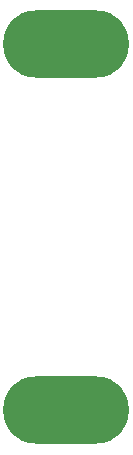
<source format=gbr>
G04 #@! TF.GenerationSoftware,KiCad,Pcbnew,(5.1.7)-1*
G04 #@! TF.CreationDate,2022-02-27T16:52:08+00:00*
G04 #@! TF.ProjectId,LBKEY,4c424b45-592e-46b6-9963-61645f706362,rev?*
G04 #@! TF.SameCoordinates,Original*
G04 #@! TF.FileFunction,Soldermask,Bot*
G04 #@! TF.FilePolarity,Negative*
%FSLAX46Y46*%
G04 Gerber Fmt 4.6, Leading zero omitted, Abs format (unit mm)*
G04 Created by KiCad (PCBNEW (5.1.7)-1) date 2022-02-27 16:52:08*
%MOMM*%
%LPD*%
G01*
G04 APERTURE LIST*
%ADD10O,10.702000X5.702000*%
G04 APERTURE END LIST*
D10*
X97710000Y-53870000D03*
X97710000Y-22870000D03*
M02*

</source>
